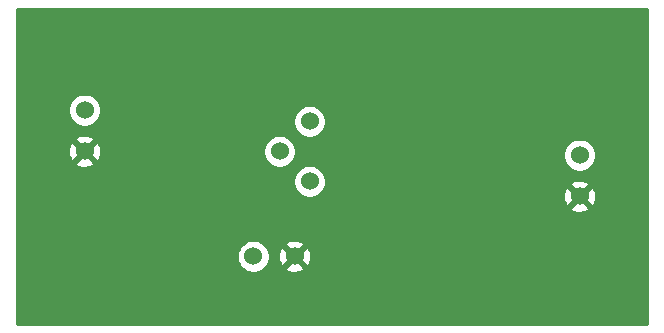
<source format=gbl>
G04 #@! TF.GenerationSoftware,KiCad,Pcbnew,5.1.2-f72e74a~84~ubuntu18.04.1*
G04 #@! TF.CreationDate,2019-06-13T09:44:25+02:00*
G04 #@! TF.ProjectId,ampli_tres_simple,616d706c-695f-4747-9265-735f73696d70,rev?*
G04 #@! TF.SameCoordinates,Original*
G04 #@! TF.FileFunction,Copper,L2,Bot*
G04 #@! TF.FilePolarity,Positive*
%FSLAX46Y46*%
G04 Gerber Fmt 4.6, Leading zero omitted, Abs format (unit mm)*
G04 Created by KiCad (PCBNEW 5.1.2-f72e74a~84~ubuntu18.04.1) date 2019-06-13 09:44:25*
%MOMM*%
%LPD*%
G04 APERTURE LIST*
%ADD10C,1.524000*%
%ADD11C,0.254000*%
G04 APERTURE END LIST*
D10*
X181610000Y-130810000D03*
X181610000Y-127310000D03*
X139700000Y-127000000D03*
X139700000Y-123500000D03*
X158750000Y-124460000D03*
X156210000Y-127000000D03*
X158750000Y-129540000D03*
X157480000Y-135890000D03*
X153980000Y-135890000D03*
D11*
G36*
X187300000Y-141580000D02*
G01*
X134010000Y-141580000D01*
X134010000Y-135752408D01*
X152583000Y-135752408D01*
X152583000Y-136027592D01*
X152636686Y-136297490D01*
X152741995Y-136551727D01*
X152894880Y-136780535D01*
X153089465Y-136975120D01*
X153318273Y-137128005D01*
X153572510Y-137233314D01*
X153842408Y-137287000D01*
X154117592Y-137287000D01*
X154387490Y-137233314D01*
X154641727Y-137128005D01*
X154870535Y-136975120D01*
X154990090Y-136855565D01*
X156694040Y-136855565D01*
X156761020Y-137095656D01*
X157010048Y-137212756D01*
X157277135Y-137279023D01*
X157552017Y-137291910D01*
X157824133Y-137250922D01*
X158083023Y-137157636D01*
X158198980Y-137095656D01*
X158265960Y-136855565D01*
X157480000Y-136069605D01*
X156694040Y-136855565D01*
X154990090Y-136855565D01*
X155065120Y-136780535D01*
X155218005Y-136551727D01*
X155323314Y-136297490D01*
X155377000Y-136027592D01*
X155377000Y-135962017D01*
X156078090Y-135962017D01*
X156119078Y-136234133D01*
X156212364Y-136493023D01*
X156274344Y-136608980D01*
X156514435Y-136675960D01*
X157300395Y-135890000D01*
X157659605Y-135890000D01*
X158445565Y-136675960D01*
X158685656Y-136608980D01*
X158802756Y-136359952D01*
X158869023Y-136092865D01*
X158881910Y-135817983D01*
X158840922Y-135545867D01*
X158747636Y-135286977D01*
X158685656Y-135171020D01*
X158445565Y-135104040D01*
X157659605Y-135890000D01*
X157300395Y-135890000D01*
X156514435Y-135104040D01*
X156274344Y-135171020D01*
X156157244Y-135420048D01*
X156090977Y-135687135D01*
X156078090Y-135962017D01*
X155377000Y-135962017D01*
X155377000Y-135752408D01*
X155323314Y-135482510D01*
X155218005Y-135228273D01*
X155065120Y-134999465D01*
X154990090Y-134924435D01*
X156694040Y-134924435D01*
X157480000Y-135710395D01*
X158265960Y-134924435D01*
X158198980Y-134684344D01*
X157949952Y-134567244D01*
X157682865Y-134500977D01*
X157407983Y-134488090D01*
X157135867Y-134529078D01*
X156876977Y-134622364D01*
X156761020Y-134684344D01*
X156694040Y-134924435D01*
X154990090Y-134924435D01*
X154870535Y-134804880D01*
X154641727Y-134651995D01*
X154387490Y-134546686D01*
X154117592Y-134493000D01*
X153842408Y-134493000D01*
X153572510Y-134546686D01*
X153318273Y-134651995D01*
X153089465Y-134804880D01*
X152894880Y-134999465D01*
X152741995Y-135228273D01*
X152636686Y-135482510D01*
X152583000Y-135752408D01*
X134010000Y-135752408D01*
X134010000Y-131775565D01*
X180824040Y-131775565D01*
X180891020Y-132015656D01*
X181140048Y-132132756D01*
X181407135Y-132199023D01*
X181682017Y-132211910D01*
X181954133Y-132170922D01*
X182213023Y-132077636D01*
X182328980Y-132015656D01*
X182395960Y-131775565D01*
X181610000Y-130989605D01*
X180824040Y-131775565D01*
X134010000Y-131775565D01*
X134010000Y-129402408D01*
X157353000Y-129402408D01*
X157353000Y-129677592D01*
X157406686Y-129947490D01*
X157511995Y-130201727D01*
X157664880Y-130430535D01*
X157859465Y-130625120D01*
X158088273Y-130778005D01*
X158342510Y-130883314D01*
X158612408Y-130937000D01*
X158887592Y-130937000D01*
X159157490Y-130883314D01*
X159160621Y-130882017D01*
X180208090Y-130882017D01*
X180249078Y-131154133D01*
X180342364Y-131413023D01*
X180404344Y-131528980D01*
X180644435Y-131595960D01*
X181430395Y-130810000D01*
X181789605Y-130810000D01*
X182575565Y-131595960D01*
X182815656Y-131528980D01*
X182932756Y-131279952D01*
X182999023Y-131012865D01*
X183011910Y-130737983D01*
X182970922Y-130465867D01*
X182877636Y-130206977D01*
X182815656Y-130091020D01*
X182575565Y-130024040D01*
X181789605Y-130810000D01*
X181430395Y-130810000D01*
X180644435Y-130024040D01*
X180404344Y-130091020D01*
X180287244Y-130340048D01*
X180220977Y-130607135D01*
X180208090Y-130882017D01*
X159160621Y-130882017D01*
X159411727Y-130778005D01*
X159640535Y-130625120D01*
X159835120Y-130430535D01*
X159988005Y-130201727D01*
X160093314Y-129947490D01*
X160113812Y-129844435D01*
X180824040Y-129844435D01*
X181610000Y-130630395D01*
X182395960Y-129844435D01*
X182328980Y-129604344D01*
X182079952Y-129487244D01*
X181812865Y-129420977D01*
X181537983Y-129408090D01*
X181265867Y-129449078D01*
X181006977Y-129542364D01*
X180891020Y-129604344D01*
X180824040Y-129844435D01*
X160113812Y-129844435D01*
X160147000Y-129677592D01*
X160147000Y-129402408D01*
X160093314Y-129132510D01*
X159988005Y-128878273D01*
X159835120Y-128649465D01*
X159640535Y-128454880D01*
X159411727Y-128301995D01*
X159157490Y-128196686D01*
X158887592Y-128143000D01*
X158612408Y-128143000D01*
X158342510Y-128196686D01*
X158088273Y-128301995D01*
X157859465Y-128454880D01*
X157664880Y-128649465D01*
X157511995Y-128878273D01*
X157406686Y-129132510D01*
X157353000Y-129402408D01*
X134010000Y-129402408D01*
X134010000Y-127965565D01*
X138914040Y-127965565D01*
X138981020Y-128205656D01*
X139230048Y-128322756D01*
X139497135Y-128389023D01*
X139772017Y-128401910D01*
X140044133Y-128360922D01*
X140303023Y-128267636D01*
X140418980Y-128205656D01*
X140485960Y-127965565D01*
X139700000Y-127179605D01*
X138914040Y-127965565D01*
X134010000Y-127965565D01*
X134010000Y-127072017D01*
X138298090Y-127072017D01*
X138339078Y-127344133D01*
X138432364Y-127603023D01*
X138494344Y-127718980D01*
X138734435Y-127785960D01*
X139520395Y-127000000D01*
X139879605Y-127000000D01*
X140665565Y-127785960D01*
X140905656Y-127718980D01*
X141022756Y-127469952D01*
X141089023Y-127202865D01*
X141101910Y-126927983D01*
X141092033Y-126862408D01*
X154813000Y-126862408D01*
X154813000Y-127137592D01*
X154866686Y-127407490D01*
X154971995Y-127661727D01*
X155124880Y-127890535D01*
X155319465Y-128085120D01*
X155548273Y-128238005D01*
X155802510Y-128343314D01*
X156072408Y-128397000D01*
X156347592Y-128397000D01*
X156617490Y-128343314D01*
X156871727Y-128238005D01*
X157100535Y-128085120D01*
X157295120Y-127890535D01*
X157448005Y-127661727D01*
X157553314Y-127407490D01*
X157600074Y-127172408D01*
X180213000Y-127172408D01*
X180213000Y-127447592D01*
X180266686Y-127717490D01*
X180371995Y-127971727D01*
X180524880Y-128200535D01*
X180719465Y-128395120D01*
X180948273Y-128548005D01*
X181202510Y-128653314D01*
X181472408Y-128707000D01*
X181747592Y-128707000D01*
X182017490Y-128653314D01*
X182271727Y-128548005D01*
X182500535Y-128395120D01*
X182695120Y-128200535D01*
X182848005Y-127971727D01*
X182953314Y-127717490D01*
X183007000Y-127447592D01*
X183007000Y-127172408D01*
X182953314Y-126902510D01*
X182848005Y-126648273D01*
X182695120Y-126419465D01*
X182500535Y-126224880D01*
X182271727Y-126071995D01*
X182017490Y-125966686D01*
X181747592Y-125913000D01*
X181472408Y-125913000D01*
X181202510Y-125966686D01*
X180948273Y-126071995D01*
X180719465Y-126224880D01*
X180524880Y-126419465D01*
X180371995Y-126648273D01*
X180266686Y-126902510D01*
X180213000Y-127172408D01*
X157600074Y-127172408D01*
X157607000Y-127137592D01*
X157607000Y-126862408D01*
X157553314Y-126592510D01*
X157448005Y-126338273D01*
X157295120Y-126109465D01*
X157100535Y-125914880D01*
X156871727Y-125761995D01*
X156617490Y-125656686D01*
X156347592Y-125603000D01*
X156072408Y-125603000D01*
X155802510Y-125656686D01*
X155548273Y-125761995D01*
X155319465Y-125914880D01*
X155124880Y-126109465D01*
X154971995Y-126338273D01*
X154866686Y-126592510D01*
X154813000Y-126862408D01*
X141092033Y-126862408D01*
X141060922Y-126655867D01*
X140967636Y-126396977D01*
X140905656Y-126281020D01*
X140665565Y-126214040D01*
X139879605Y-127000000D01*
X139520395Y-127000000D01*
X138734435Y-126214040D01*
X138494344Y-126281020D01*
X138377244Y-126530048D01*
X138310977Y-126797135D01*
X138298090Y-127072017D01*
X134010000Y-127072017D01*
X134010000Y-126034435D01*
X138914040Y-126034435D01*
X139700000Y-126820395D01*
X140485960Y-126034435D01*
X140418980Y-125794344D01*
X140169952Y-125677244D01*
X139902865Y-125610977D01*
X139627983Y-125598090D01*
X139355867Y-125639078D01*
X139096977Y-125732364D01*
X138981020Y-125794344D01*
X138914040Y-126034435D01*
X134010000Y-126034435D01*
X134010000Y-123362408D01*
X138303000Y-123362408D01*
X138303000Y-123637592D01*
X138356686Y-123907490D01*
X138461995Y-124161727D01*
X138614880Y-124390535D01*
X138809465Y-124585120D01*
X139038273Y-124738005D01*
X139292510Y-124843314D01*
X139562408Y-124897000D01*
X139837592Y-124897000D01*
X140107490Y-124843314D01*
X140361727Y-124738005D01*
X140590535Y-124585120D01*
X140785120Y-124390535D01*
X140830641Y-124322408D01*
X157353000Y-124322408D01*
X157353000Y-124597592D01*
X157406686Y-124867490D01*
X157511995Y-125121727D01*
X157664880Y-125350535D01*
X157859465Y-125545120D01*
X158088273Y-125698005D01*
X158342510Y-125803314D01*
X158612408Y-125857000D01*
X158887592Y-125857000D01*
X159157490Y-125803314D01*
X159411727Y-125698005D01*
X159640535Y-125545120D01*
X159835120Y-125350535D01*
X159988005Y-125121727D01*
X160093314Y-124867490D01*
X160147000Y-124597592D01*
X160147000Y-124322408D01*
X160093314Y-124052510D01*
X159988005Y-123798273D01*
X159835120Y-123569465D01*
X159640535Y-123374880D01*
X159411727Y-123221995D01*
X159157490Y-123116686D01*
X158887592Y-123063000D01*
X158612408Y-123063000D01*
X158342510Y-123116686D01*
X158088273Y-123221995D01*
X157859465Y-123374880D01*
X157664880Y-123569465D01*
X157511995Y-123798273D01*
X157406686Y-124052510D01*
X157353000Y-124322408D01*
X140830641Y-124322408D01*
X140938005Y-124161727D01*
X141043314Y-123907490D01*
X141097000Y-123637592D01*
X141097000Y-123362408D01*
X141043314Y-123092510D01*
X140938005Y-122838273D01*
X140785120Y-122609465D01*
X140590535Y-122414880D01*
X140361727Y-122261995D01*
X140107490Y-122156686D01*
X139837592Y-122103000D01*
X139562408Y-122103000D01*
X139292510Y-122156686D01*
X139038273Y-122261995D01*
X138809465Y-122414880D01*
X138614880Y-122609465D01*
X138461995Y-122838273D01*
X138356686Y-123092510D01*
X138303000Y-123362408D01*
X134010000Y-123362408D01*
X134010000Y-114960000D01*
X187300001Y-114960000D01*
X187300000Y-141580000D01*
X187300000Y-141580000D01*
G37*
X187300000Y-141580000D02*
X134010000Y-141580000D01*
X134010000Y-135752408D01*
X152583000Y-135752408D01*
X152583000Y-136027592D01*
X152636686Y-136297490D01*
X152741995Y-136551727D01*
X152894880Y-136780535D01*
X153089465Y-136975120D01*
X153318273Y-137128005D01*
X153572510Y-137233314D01*
X153842408Y-137287000D01*
X154117592Y-137287000D01*
X154387490Y-137233314D01*
X154641727Y-137128005D01*
X154870535Y-136975120D01*
X154990090Y-136855565D01*
X156694040Y-136855565D01*
X156761020Y-137095656D01*
X157010048Y-137212756D01*
X157277135Y-137279023D01*
X157552017Y-137291910D01*
X157824133Y-137250922D01*
X158083023Y-137157636D01*
X158198980Y-137095656D01*
X158265960Y-136855565D01*
X157480000Y-136069605D01*
X156694040Y-136855565D01*
X154990090Y-136855565D01*
X155065120Y-136780535D01*
X155218005Y-136551727D01*
X155323314Y-136297490D01*
X155377000Y-136027592D01*
X155377000Y-135962017D01*
X156078090Y-135962017D01*
X156119078Y-136234133D01*
X156212364Y-136493023D01*
X156274344Y-136608980D01*
X156514435Y-136675960D01*
X157300395Y-135890000D01*
X157659605Y-135890000D01*
X158445565Y-136675960D01*
X158685656Y-136608980D01*
X158802756Y-136359952D01*
X158869023Y-136092865D01*
X158881910Y-135817983D01*
X158840922Y-135545867D01*
X158747636Y-135286977D01*
X158685656Y-135171020D01*
X158445565Y-135104040D01*
X157659605Y-135890000D01*
X157300395Y-135890000D01*
X156514435Y-135104040D01*
X156274344Y-135171020D01*
X156157244Y-135420048D01*
X156090977Y-135687135D01*
X156078090Y-135962017D01*
X155377000Y-135962017D01*
X155377000Y-135752408D01*
X155323314Y-135482510D01*
X155218005Y-135228273D01*
X155065120Y-134999465D01*
X154990090Y-134924435D01*
X156694040Y-134924435D01*
X157480000Y-135710395D01*
X158265960Y-134924435D01*
X158198980Y-134684344D01*
X157949952Y-134567244D01*
X157682865Y-134500977D01*
X157407983Y-134488090D01*
X157135867Y-134529078D01*
X156876977Y-134622364D01*
X156761020Y-134684344D01*
X156694040Y-134924435D01*
X154990090Y-134924435D01*
X154870535Y-134804880D01*
X154641727Y-134651995D01*
X154387490Y-134546686D01*
X154117592Y-134493000D01*
X153842408Y-134493000D01*
X153572510Y-134546686D01*
X153318273Y-134651995D01*
X153089465Y-134804880D01*
X152894880Y-134999465D01*
X152741995Y-135228273D01*
X152636686Y-135482510D01*
X152583000Y-135752408D01*
X134010000Y-135752408D01*
X134010000Y-131775565D01*
X180824040Y-131775565D01*
X180891020Y-132015656D01*
X181140048Y-132132756D01*
X181407135Y-132199023D01*
X181682017Y-132211910D01*
X181954133Y-132170922D01*
X182213023Y-132077636D01*
X182328980Y-132015656D01*
X182395960Y-131775565D01*
X181610000Y-130989605D01*
X180824040Y-131775565D01*
X134010000Y-131775565D01*
X134010000Y-129402408D01*
X157353000Y-129402408D01*
X157353000Y-129677592D01*
X157406686Y-129947490D01*
X157511995Y-130201727D01*
X157664880Y-130430535D01*
X157859465Y-130625120D01*
X158088273Y-130778005D01*
X158342510Y-130883314D01*
X158612408Y-130937000D01*
X158887592Y-130937000D01*
X159157490Y-130883314D01*
X159160621Y-130882017D01*
X180208090Y-130882017D01*
X180249078Y-131154133D01*
X180342364Y-131413023D01*
X180404344Y-131528980D01*
X180644435Y-131595960D01*
X181430395Y-130810000D01*
X181789605Y-130810000D01*
X182575565Y-131595960D01*
X182815656Y-131528980D01*
X182932756Y-131279952D01*
X182999023Y-131012865D01*
X183011910Y-130737983D01*
X182970922Y-130465867D01*
X182877636Y-130206977D01*
X182815656Y-130091020D01*
X182575565Y-130024040D01*
X181789605Y-130810000D01*
X181430395Y-130810000D01*
X180644435Y-130024040D01*
X180404344Y-130091020D01*
X180287244Y-130340048D01*
X180220977Y-130607135D01*
X180208090Y-130882017D01*
X159160621Y-130882017D01*
X159411727Y-130778005D01*
X159640535Y-130625120D01*
X159835120Y-130430535D01*
X159988005Y-130201727D01*
X160093314Y-129947490D01*
X160113812Y-129844435D01*
X180824040Y-129844435D01*
X181610000Y-130630395D01*
X182395960Y-129844435D01*
X182328980Y-129604344D01*
X182079952Y-129487244D01*
X181812865Y-129420977D01*
X181537983Y-129408090D01*
X181265867Y-129449078D01*
X181006977Y-129542364D01*
X180891020Y-129604344D01*
X180824040Y-129844435D01*
X160113812Y-129844435D01*
X160147000Y-129677592D01*
X160147000Y-129402408D01*
X160093314Y-129132510D01*
X159988005Y-128878273D01*
X159835120Y-128649465D01*
X159640535Y-128454880D01*
X159411727Y-128301995D01*
X159157490Y-128196686D01*
X158887592Y-128143000D01*
X158612408Y-128143000D01*
X158342510Y-128196686D01*
X158088273Y-128301995D01*
X157859465Y-128454880D01*
X157664880Y-128649465D01*
X157511995Y-128878273D01*
X157406686Y-129132510D01*
X157353000Y-129402408D01*
X134010000Y-129402408D01*
X134010000Y-127965565D01*
X138914040Y-127965565D01*
X138981020Y-128205656D01*
X139230048Y-128322756D01*
X139497135Y-128389023D01*
X139772017Y-128401910D01*
X140044133Y-128360922D01*
X140303023Y-128267636D01*
X140418980Y-128205656D01*
X140485960Y-127965565D01*
X139700000Y-127179605D01*
X138914040Y-127965565D01*
X134010000Y-127965565D01*
X134010000Y-127072017D01*
X138298090Y-127072017D01*
X138339078Y-127344133D01*
X138432364Y-127603023D01*
X138494344Y-127718980D01*
X138734435Y-127785960D01*
X139520395Y-127000000D01*
X139879605Y-127000000D01*
X140665565Y-127785960D01*
X140905656Y-127718980D01*
X141022756Y-127469952D01*
X141089023Y-127202865D01*
X141101910Y-126927983D01*
X141092033Y-126862408D01*
X154813000Y-126862408D01*
X154813000Y-127137592D01*
X154866686Y-127407490D01*
X154971995Y-127661727D01*
X155124880Y-127890535D01*
X155319465Y-128085120D01*
X155548273Y-128238005D01*
X155802510Y-128343314D01*
X156072408Y-128397000D01*
X156347592Y-128397000D01*
X156617490Y-128343314D01*
X156871727Y-128238005D01*
X157100535Y-128085120D01*
X157295120Y-127890535D01*
X157448005Y-127661727D01*
X157553314Y-127407490D01*
X157600074Y-127172408D01*
X180213000Y-127172408D01*
X180213000Y-127447592D01*
X180266686Y-127717490D01*
X180371995Y-127971727D01*
X180524880Y-128200535D01*
X180719465Y-128395120D01*
X180948273Y-128548005D01*
X181202510Y-128653314D01*
X181472408Y-128707000D01*
X181747592Y-128707000D01*
X182017490Y-128653314D01*
X182271727Y-128548005D01*
X182500535Y-128395120D01*
X182695120Y-128200535D01*
X182848005Y-127971727D01*
X182953314Y-127717490D01*
X183007000Y-127447592D01*
X183007000Y-127172408D01*
X182953314Y-126902510D01*
X182848005Y-126648273D01*
X182695120Y-126419465D01*
X182500535Y-126224880D01*
X182271727Y-126071995D01*
X182017490Y-125966686D01*
X181747592Y-125913000D01*
X181472408Y-125913000D01*
X181202510Y-125966686D01*
X180948273Y-126071995D01*
X180719465Y-126224880D01*
X180524880Y-126419465D01*
X180371995Y-126648273D01*
X180266686Y-126902510D01*
X180213000Y-127172408D01*
X157600074Y-127172408D01*
X157607000Y-127137592D01*
X157607000Y-126862408D01*
X157553314Y-126592510D01*
X157448005Y-126338273D01*
X157295120Y-126109465D01*
X157100535Y-125914880D01*
X156871727Y-125761995D01*
X156617490Y-125656686D01*
X156347592Y-125603000D01*
X156072408Y-125603000D01*
X155802510Y-125656686D01*
X155548273Y-125761995D01*
X155319465Y-125914880D01*
X155124880Y-126109465D01*
X154971995Y-126338273D01*
X154866686Y-126592510D01*
X154813000Y-126862408D01*
X141092033Y-126862408D01*
X141060922Y-126655867D01*
X140967636Y-126396977D01*
X140905656Y-126281020D01*
X140665565Y-126214040D01*
X139879605Y-127000000D01*
X139520395Y-127000000D01*
X138734435Y-126214040D01*
X138494344Y-126281020D01*
X138377244Y-126530048D01*
X138310977Y-126797135D01*
X138298090Y-127072017D01*
X134010000Y-127072017D01*
X134010000Y-126034435D01*
X138914040Y-126034435D01*
X139700000Y-126820395D01*
X140485960Y-126034435D01*
X140418980Y-125794344D01*
X140169952Y-125677244D01*
X139902865Y-125610977D01*
X139627983Y-125598090D01*
X139355867Y-125639078D01*
X139096977Y-125732364D01*
X138981020Y-125794344D01*
X138914040Y-126034435D01*
X134010000Y-126034435D01*
X134010000Y-123362408D01*
X138303000Y-123362408D01*
X138303000Y-123637592D01*
X138356686Y-123907490D01*
X138461995Y-124161727D01*
X138614880Y-124390535D01*
X138809465Y-124585120D01*
X139038273Y-124738005D01*
X139292510Y-124843314D01*
X139562408Y-124897000D01*
X139837592Y-124897000D01*
X140107490Y-124843314D01*
X140361727Y-124738005D01*
X140590535Y-124585120D01*
X140785120Y-124390535D01*
X140830641Y-124322408D01*
X157353000Y-124322408D01*
X157353000Y-124597592D01*
X157406686Y-124867490D01*
X157511995Y-125121727D01*
X157664880Y-125350535D01*
X157859465Y-125545120D01*
X158088273Y-125698005D01*
X158342510Y-125803314D01*
X158612408Y-125857000D01*
X158887592Y-125857000D01*
X159157490Y-125803314D01*
X159411727Y-125698005D01*
X159640535Y-125545120D01*
X159835120Y-125350535D01*
X159988005Y-125121727D01*
X160093314Y-124867490D01*
X160147000Y-124597592D01*
X160147000Y-124322408D01*
X160093314Y-124052510D01*
X159988005Y-123798273D01*
X159835120Y-123569465D01*
X159640535Y-123374880D01*
X159411727Y-123221995D01*
X159157490Y-123116686D01*
X158887592Y-123063000D01*
X158612408Y-123063000D01*
X158342510Y-123116686D01*
X158088273Y-123221995D01*
X157859465Y-123374880D01*
X157664880Y-123569465D01*
X157511995Y-123798273D01*
X157406686Y-124052510D01*
X157353000Y-124322408D01*
X140830641Y-124322408D01*
X140938005Y-124161727D01*
X141043314Y-123907490D01*
X141097000Y-123637592D01*
X141097000Y-123362408D01*
X141043314Y-123092510D01*
X140938005Y-122838273D01*
X140785120Y-122609465D01*
X140590535Y-122414880D01*
X140361727Y-122261995D01*
X140107490Y-122156686D01*
X139837592Y-122103000D01*
X139562408Y-122103000D01*
X139292510Y-122156686D01*
X139038273Y-122261995D01*
X138809465Y-122414880D01*
X138614880Y-122609465D01*
X138461995Y-122838273D01*
X138356686Y-123092510D01*
X138303000Y-123362408D01*
X134010000Y-123362408D01*
X134010000Y-114960000D01*
X187300001Y-114960000D01*
X187300000Y-141580000D01*
M02*

</source>
